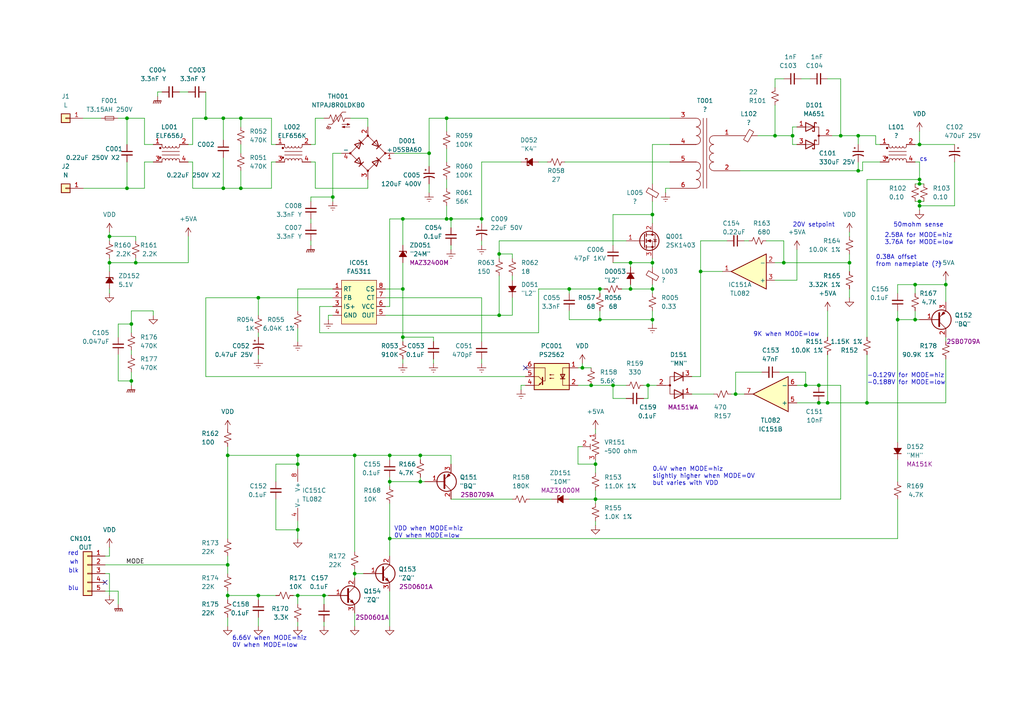
<source format=kicad_sch>
(kicad_sch (version 20211123) (generator eeschema)
  (paper "A4")
  (title_block (title "IBM Power Adapter FRU 48G8942"))
  (junction (at 189.23 92.71))
  (junction (at 129.54 63.5))
  (junction (at 243.84 39.37))
  (junction (at 240.03 116.84))
  (junction (at 102.87 166.37))
  (junction (at 165.1 83.82))
  (junction (at 38.1 93.98))
  (junction (at 38.1 110.49))
  (junction (at 31.75 76.2))
  (junction (at 246.38 76.2))
  (junction (at 69.85 54.61))
  (junction (at 121.92 132.08))
  (junction (at 144.78 91.44))
  (junction (at 189.23 76.2))
  (junction (at 86.36 172.72))
  (junction (at 113.03 156.21))
  (junction (at 66.04 163.83))
  (junction (at 116.84 97.79))
  (junction (at 31.75 68.58))
  (junction (at 74.93 172.72))
  (junction (at 86.36 134.62))
  (junction (at 69.85 34.29))
  (junction (at 265.43 92.71))
  (junction (at 64.77 34.29))
  (junction (at 66.04 172.72))
  (junction (at 36.83 34.29))
  (junction (at 64.77 54.61))
  (junction (at 129.54 34.29))
  (junction (at 189.23 62.23))
  (junction (at 224.79 39.37))
  (junction (at 96.52 57.15))
  (junction (at 248.92 49.53))
  (junction (at 172.72 134.62))
  (junction (at 168.91 106.68))
  (junction (at 203.2 78.74))
  (junction (at 274.32 82.55))
  (junction (at 177.8 111.76))
  (junction (at 227.33 76.2))
  (junction (at 113.03 132.08))
  (junction (at 266.7 58.42))
  (junction (at 59.69 34.29))
  (junction (at 229.87 39.37))
  (junction (at 66.04 132.08))
  (junction (at 124.46 44.45))
  (junction (at 233.68 111.76))
  (junction (at 251.46 116.84))
  (junction (at 187.96 111.76))
  (junction (at 237.49 116.84))
  (junction (at 86.36 132.08))
  (junction (at 116.84 63.5))
  (junction (at 266.7 41.91))
  (junction (at 113.03 139.7))
  (junction (at 266.7 53.34))
  (junction (at 173.99 83.82))
  (junction (at 248.92 39.37))
  (junction (at 144.78 73.66))
  (junction (at 116.84 83.82))
  (junction (at 265.43 82.55))
  (junction (at 182.88 83.82))
  (junction (at 171.45 111.76))
  (junction (at 39.37 76.2))
  (junction (at 86.36 153.67))
  (junction (at 182.88 76.2))
  (junction (at 36.83 54.61))
  (junction (at 213.36 114.3))
  (junction (at 237.49 111.76))
  (junction (at 172.72 144.78))
  (junction (at 139.7 63.5))
  (junction (at 74.93 86.36))
  (junction (at 102.87 132.08))
  (junction (at 130.81 63.5))
  (junction (at 173.99 92.71))
  (junction (at 189.23 83.82))
  (junction (at 121.92 139.7))
  (junction (at 266.7 59.69))
  (junction (at 93.98 172.72))
  (junction (at 266.7 52.07))
  (junction (at 260.35 92.71))
  (no_connect (at 152.4 106.68))
  (no_connect (at 30.48 168.91))
  (wire (pts (xy 74.93 96.52) (xy 74.93 97.79)))
  (wire (pts (xy 229.87 36.83) (xy 229.87 39.37)))
  (wire (pts (xy 139.7 104.14) (xy 139.7 105.41)))
  (wire (pts (xy 80.01 134.62) (xy 86.36 134.62)))
  (wire (pts (xy 165.1 90.17) (xy 165.1 92.71)))
  (wire (pts (xy 99.06 44.45) (xy 96.52 44.45)))
  (wire (pts (xy 36.83 46.99) (xy 36.83 54.61)))
  (wire (pts (xy 66.04 171.45) (xy 66.04 172.72)))
  (wire (pts (xy 213.36 114.3) (xy 215.9 114.3)))
  (wire (pts (xy 59.69 109.22) (xy 152.4 109.22)))
  (wire (pts (xy 52.07 26.67) (xy 54.61 26.67)))
  (wire (pts (xy 144.78 69.85) (xy 181.61 69.85)))
  (wire (pts (xy 189.23 58.42) (xy 189.23 62.23)))
  (wire (pts (xy 55.88 41.91) (xy 54.61 41.91)))
  (wire (pts (xy 80.01 153.67) (xy 86.36 153.67)))
  (wire (pts (xy 243.84 22.86) (xy 243.84 39.37)))
  (wire (pts (xy 116.84 97.79) (xy 125.73 97.79)))
  (wire (pts (xy 129.54 34.29) (xy 129.54 38.1)))
  (wire (pts (xy 246.38 83.82) (xy 246.38 86.36)))
  (wire (pts (xy 96.52 57.15) (xy 96.52 58.42)))
  (wire (pts (xy 86.36 180.34) (xy 86.36 181.61)))
  (wire (pts (xy 266.7 58.42) (xy 267.97 58.42)))
  (wire (pts (xy 243.84 144.78) (xy 243.84 111.76)))
  (wire (pts (xy 237.49 111.76) (xy 233.68 111.76)))
  (wire (pts (xy 260.35 92.71) (xy 265.43 92.71)))
  (wire (pts (xy 74.93 91.44) (xy 74.93 86.36)))
  (wire (pts (xy 55.88 54.61) (xy 64.77 54.61)))
  (wire (pts (xy 240.03 22.86) (xy 243.84 22.86)))
  (wire (pts (xy 113.03 132.08) (xy 113.03 133.35)))
  (wire (pts (xy 116.84 63.5) (xy 129.54 63.5)))
  (wire (pts (xy 224.79 30.48) (xy 224.79 39.37)))
  (wire (pts (xy 130.81 63.5) (xy 139.7 63.5)))
  (wire (pts (xy 265.43 82.55) (xy 274.32 82.55)))
  (wire (pts (xy 168.91 105.41) (xy 168.91 106.68)))
  (wire (pts (xy 265.43 92.71) (xy 265.43 90.17)))
  (wire (pts (xy 74.93 179.07) (xy 74.93 181.61)))
  (wire (pts (xy 139.7 71.12) (xy 139.7 69.85)))
  (wire (pts (xy 187.96 111.76) (xy 190.5 111.76)))
  (wire (pts (xy 189.23 82.55) (xy 189.23 83.82)))
  (wire (pts (xy 189.23 74.93) (xy 189.23 76.2)))
  (wire (pts (xy 167.64 106.68) (xy 168.91 106.68)))
  (wire (pts (xy 113.03 139.7) (xy 113.03 140.97)))
  (wire (pts (xy 86.36 153.67) (xy 86.36 151.13)))
  (wire (pts (xy 227.33 76.2) (xy 246.38 76.2)))
  (wire (pts (xy 248.92 49.53) (xy 250.19 49.53)))
  (wire (pts (xy 59.69 26.67) (xy 59.69 34.29)))
  (wire (pts (xy 177.8 111.76) (xy 181.61 111.76)))
  (wire (pts (xy 266.7 53.34) (xy 267.97 53.34)))
  (wire (pts (xy 260.35 85.09) (xy 260.35 82.55)))
  (wire (pts (xy 130.81 71.12) (xy 130.81 72.39)))
  (wire (pts (xy 148.59 74.93) (xy 148.59 73.66)))
  (wire (pts (xy 227.33 69.85) (xy 227.33 76.2)))
  (wire (pts (xy 86.36 132.08) (xy 86.36 134.62)))
  (wire (pts (xy 124.46 44.45) (xy 114.3 44.45)))
  (wire (pts (xy 92.71 96.52) (xy 92.71 88.9)))
  (wire (pts (xy 125.73 99.06) (xy 125.73 97.79)))
  (wire (pts (xy 124.46 53.34) (xy 124.46 55.88)))
  (wire (pts (xy 276.86 59.69) (xy 266.7 59.69)))
  (wire (pts (xy 231.14 72.39) (xy 231.14 81.28)))
  (wire (pts (xy 260.35 156.21) (xy 260.35 144.78)))
  (wire (pts (xy 130.81 144.78) (xy 148.59 144.78)))
  (wire (pts (xy 121.92 132.08) (xy 130.81 132.08)))
  (wire (pts (xy 274.32 104.14) (xy 274.32 116.84)))
  (wire (pts (xy 86.36 172.72) (xy 93.98 172.72)))
  (wire (pts (xy 91.44 34.29) (xy 93.98 34.29)))
  (wire (pts (xy 189.23 62.23) (xy 189.23 64.77)))
  (wire (pts (xy 111.76 88.9) (xy 113.03 88.9)))
  (wire (pts (xy 153.67 144.78) (xy 160.02 144.78)))
  (wire (pts (xy 31.75 68.58) (xy 31.75 69.85)))
  (wire (pts (xy 129.54 59.69) (xy 129.54 63.5)))
  (wire (pts (xy 175.26 83.82) (xy 173.99 83.82)))
  (wire (pts (xy 66.04 129.54) (xy 66.04 132.08)))
  (wire (pts (xy 86.36 172.72) (xy 86.36 175.26)))
  (wire (pts (xy 116.84 104.14) (xy 116.84 105.41)))
  (wire (pts (xy 266.7 58.42) (xy 266.7 59.69)))
  (wire (pts (xy 102.87 166.37) (xy 102.87 167.64)))
  (wire (pts (xy 34.29 171.45) (xy 34.29 175.26)))
  (wire (pts (xy 78.74 41.91) (xy 78.74 34.29)))
  (wire (pts (xy 111.76 83.82) (xy 116.84 83.82)))
  (wire (pts (xy 30.48 163.83) (xy 66.04 163.83)))
  (wire (pts (xy 156.21 46.99) (xy 158.75 46.99)))
  (wire (pts (xy 156.21 96.52) (xy 92.71 96.52)))
  (wire (pts (xy 182.88 76.2) (xy 177.8 76.2)))
  (wire (pts (xy 36.83 54.61) (xy 41.91 54.61)))
  (wire (pts (xy 148.59 86.36) (xy 148.59 91.44)))
  (wire (pts (xy 80.01 139.7) (xy 80.01 134.62)))
  (wire (pts (xy 44.45 41.91) (xy 41.91 41.91)))
  (wire (pts (xy 121.92 138.43) (xy 121.92 139.7)))
  (wire (pts (xy 233.68 107.95) (xy 233.68 111.76)))
  (wire (pts (xy 102.87 132.08) (xy 102.87 160.02)))
  (wire (pts (xy 78.74 54.61) (xy 69.85 54.61)))
  (wire (pts (xy 130.81 63.5) (xy 130.81 66.04)))
  (wire (pts (xy 251.46 102.87) (xy 251.46 116.84)))
  (wire (pts (xy 241.3 39.37) (xy 243.84 39.37)))
  (wire (pts (xy 41.91 46.99) (xy 41.91 54.61)))
  (wire (pts (xy 203.2 69.85) (xy 203.2 78.74)))
  (wire (pts (xy 78.74 34.29) (xy 69.85 34.29)))
  (wire (pts (xy 172.72 124.46) (xy 172.72 125.73)))
  (wire (pts (xy 203.2 78.74) (xy 209.55 78.74)))
  (wire (pts (xy 231.14 36.83) (xy 229.87 36.83)))
  (wire (pts (xy 116.84 63.5) (xy 116.84 71.12)))
  (wire (pts (xy 172.72 142.24) (xy 172.72 144.78)))
  (wire (pts (xy 151.13 46.99) (xy 139.7 46.99)))
  (wire (pts (xy 66.04 172.72) (xy 74.93 172.72)))
  (wire (pts (xy 74.93 172.72) (xy 74.93 173.99)))
  (wire (pts (xy 39.37 76.2) (xy 39.37 74.93)))
  (wire (pts (xy 121.92 132.08) (xy 121.92 133.35)))
  (wire (pts (xy 182.88 83.82) (xy 180.34 83.82)))
  (wire (pts (xy 90.17 41.91) (xy 91.44 41.91)))
  (wire (pts (xy 39.37 76.2) (xy 54.61 76.2)))
  (wire (pts (xy 113.03 63.5) (xy 113.03 88.9)))
  (wire (pts (xy 113.03 156.21) (xy 113.03 161.29)))
  (wire (pts (xy 116.84 97.79) (xy 116.84 99.06)))
  (wire (pts (xy 243.84 39.37) (xy 248.92 39.37)))
  (wire (pts (xy 260.35 92.71) (xy 260.35 90.17)))
  (wire (pts (xy 96.52 44.45) (xy 96.52 57.15)))
  (wire (pts (xy 224.79 25.4) (xy 224.79 22.86)))
  (wire (pts (xy 36.83 34.29) (xy 41.91 34.29)))
  (wire (pts (xy 116.84 83.82) (xy 116.84 97.79)))
  (wire (pts (xy 148.59 80.01) (xy 148.59 81.28)))
  (wire (pts (xy 95.25 92.71) (xy 95.25 91.44)))
  (wire (pts (xy 101.6 34.29) (xy 106.68 34.29)))
  (wire (pts (xy 177.8 111.76) (xy 177.8 115.57)))
  (wire (pts (xy 224.79 76.2) (xy 227.33 76.2)))
  (wire (pts (xy 224.79 22.86) (xy 227.33 22.86)))
  (wire (pts (xy 260.35 133.35) (xy 260.35 139.7)))
  (wire (pts (xy 124.46 44.45) (xy 124.46 48.26)))
  (wire (pts (xy 93.98 172.72) (xy 95.25 172.72)))
  (wire (pts (xy 66.04 161.29) (xy 66.04 163.83)))
  (wire (pts (xy 66.04 132.08) (xy 86.36 132.08)))
  (wire (pts (xy 214.63 49.53) (xy 248.92 49.53)))
  (wire (pts (xy 111.76 86.36) (xy 139.7 86.36)))
  (wire (pts (xy 129.54 63.5) (xy 130.81 63.5)))
  (wire (pts (xy 265.43 41.91) (xy 266.7 41.91)))
  (wire (pts (xy 113.03 63.5) (xy 116.84 63.5)))
  (wire (pts (xy 113.03 132.08) (xy 121.92 132.08)))
  (wire (pts (xy 187.96 111.76) (xy 186.69 111.76)))
  (wire (pts (xy 44.45 46.99) (xy 41.91 46.99)))
  (wire (pts (xy 91.44 54.61) (xy 106.68 54.61)))
  (wire (pts (xy 265.43 85.09) (xy 265.43 82.55)))
  (wire (pts (xy 240.03 102.87) (xy 240.03 116.84)))
  (wire (pts (xy 113.03 138.43) (xy 113.03 139.7)))
  (wire (pts (xy 66.04 172.72) (xy 66.04 173.99)))
  (wire (pts (xy 167.64 134.62) (xy 167.64 129.54)))
  (wire (pts (xy 215.9 69.85) (xy 217.17 69.85)))
  (wire (pts (xy 64.77 34.29) (xy 59.69 34.29)))
  (wire (pts (xy 69.85 41.91) (xy 69.85 44.45)))
  (wire (pts (xy 80.01 144.78) (xy 80.01 153.67)))
  (wire (pts (xy 34.29 102.87) (xy 34.29 110.49)))
  (wire (pts (xy 129.54 34.29) (xy 194.31 34.29)))
  (wire (pts (xy 165.1 83.82) (xy 165.1 85.09)))
  (wire (pts (xy 55.88 34.29) (xy 55.88 41.91)))
  (wire (pts (xy 165.1 144.78) (xy 172.72 144.78)))
  (wire (pts (xy 274.32 97.79) (xy 274.32 99.06)))
  (wire (pts (xy 219.71 39.37) (xy 224.79 39.37)))
  (wire (pts (xy 224.79 39.37) (xy 229.87 39.37)))
  (wire (pts (xy 86.36 95.25) (xy 86.36 99.06)))
  (wire (pts (xy 74.93 172.72) (xy 80.01 172.72)))
  (wire (pts (xy 31.75 68.58) (xy 39.37 68.58)))
  (wire (pts (xy 222.25 69.85) (xy 227.33 69.85)))
  (wire (pts (xy 200.66 109.22) (xy 203.2 109.22)))
  (wire (pts (xy 266.7 41.91) (xy 276.86 41.91)))
  (wire (pts (xy 173.99 92.71) (xy 165.1 92.71)))
  (wire (pts (xy 34.29 97.79) (xy 34.29 93.98)))
  (wire (pts (xy 86.36 134.62) (xy 86.36 135.89)))
  (wire (pts (xy 187.96 115.57) (xy 187.96 111.76)))
  (wire (pts (xy 113.03 156.21) (xy 260.35 156.21)))
  (wire (pts (xy 55.88 46.99) (xy 55.88 54.61)))
  (wire (pts (xy 172.72 144.78) (xy 243.84 144.78)))
  (wire (pts (xy 177.8 115.57) (xy 181.61 115.57)))
  (wire (pts (xy 31.75 74.93) (xy 31.75 76.2)))
  (wire (pts (xy 54.61 76.2) (xy 54.61 68.58)))
  (wire (pts (xy 266.7 38.1) (xy 266.7 41.91)))
  (wire (pts (xy 113.03 139.7) (xy 121.92 139.7)))
  (wire (pts (xy 80.01 41.91) (xy 78.74 41.91)))
  (wire (pts (xy 66.04 163.83) (xy 66.04 166.37)))
  (wire (pts (xy 189.23 92.71) (xy 173.99 92.71)))
  (wire (pts (xy 85.09 172.72) (xy 86.36 172.72)))
  (wire (pts (xy 212.09 114.3) (xy 213.36 114.3)))
  (wire (pts (xy 30.48 171.45) (xy 34.29 171.45)))
  (wire (pts (xy 172.72 144.78) (xy 172.72 146.05)))
  (wire (pts (xy 248.92 39.37) (xy 248.92 41.91)))
  (wire (pts (xy 124.46 44.45) (xy 124.46 34.29)))
  (wire (pts (xy 240.03 116.84) (xy 237.49 116.84)))
  (wire (pts (xy 254 39.37) (xy 248.92 39.37)))
  (wire (pts (xy 189.23 90.17) (xy 189.23 92.71)))
  (wire (pts (xy 125.73 104.14) (xy 125.73 105.41)))
  (wire (pts (xy 102.87 165.1) (xy 102.87 166.37)))
  (wire (pts (xy 90.17 57.15) (xy 90.17 58.42)))
  (wire (pts (xy 229.87 41.91) (xy 231.14 41.91)))
  (wire (pts (xy 91.44 46.99) (xy 91.44 54.61)))
  (wire (pts (xy 91.44 41.91) (xy 91.44 34.29)))
  (wire (pts (xy 111.76 91.44) (xy 144.78 91.44)))
  (wire (pts (xy 152.4 111.76) (xy 151.13 111.76)))
  (wire (pts (xy 151.13 111.76) (xy 151.13 113.03)))
  (wire (pts (xy 38.1 110.49) (xy 34.29 110.49)))
  (wire (pts (xy 229.87 39.37) (xy 229.87 41.91)))
  (wire (pts (xy 189.23 41.91) (xy 194.31 41.91)))
  (wire (pts (xy 172.72 134.62) (xy 167.64 134.62)))
  (wire (pts (xy 189.23 83.82) (xy 189.23 85.09)))
  (wire (pts (xy 31.75 158.75) (xy 31.75 161.29)))
  (wire (pts (xy 265.43 92.71) (xy 266.7 92.71)))
  (wire (pts (xy 171.45 111.76) (xy 177.8 111.76)))
  (wire (pts (xy 250.19 49.53) (xy 250.19 46.99)))
  (wire (pts (xy 193.04 54.61) (xy 193.04 55.88)))
  (wire (pts (xy 66.04 132.08) (xy 66.04 156.21)))
  (wire (pts (xy 106.68 52.07) (xy 106.68 54.61)))
  (wire (pts (xy 38.1 110.49) (xy 38.1 111.76)))
  (wire (pts (xy 248.92 46.99) (xy 248.92 49.53)))
  (wire (pts (xy 182.88 76.2) (xy 182.88 77.47)))
  (wire (pts (xy 246.38 73.66) (xy 246.38 76.2)))
  (wire (pts (xy 86.36 153.67) (xy 86.36 156.21)))
  (wire (pts (xy 189.23 76.2) (xy 189.23 77.47)))
  (wire (pts (xy 90.17 63.5) (xy 90.17 64.77)))
  (wire (pts (xy 106.68 34.29) (xy 106.68 36.83)))
  (wire (pts (xy 92.71 88.9) (xy 96.52 88.9)))
  (wire (pts (xy 78.74 46.99) (xy 78.74 54.61)))
  (wire (pts (xy 156.21 83.82) (xy 156.21 96.52)))
  (wire (pts (xy 95.25 91.44) (xy 96.52 91.44)))
  (wire (pts (xy 250.19 46.99) (xy 255.27 46.99)))
  (wire (pts (xy 189.23 92.71) (xy 189.23 93.98)))
  (wire (pts (xy 31.75 83.82) (xy 31.75 85.09)))
  (wire (pts (xy 186.69 115.57) (xy 187.96 115.57)))
  (wire (pts (xy 213.36 107.95) (xy 220.98 107.95)))
  (wire (pts (xy 177.8 62.23) (xy 189.23 62.23)))
  (wire (pts (xy 64.77 54.61) (xy 69.85 54.61)))
  (wire (pts (xy 34.29 34.29) (xy 36.83 34.29)))
  (wire (pts (xy 144.78 73.66) (xy 148.59 73.66)))
  (wire (pts (xy 213.36 107.95) (xy 213.36 114.3)))
  (wire (pts (xy 102.87 132.08) (xy 113.03 132.08)))
  (wire (pts (xy 66.04 179.07) (xy 66.04 181.61)))
  (wire (pts (xy 233.68 111.76) (xy 231.14 111.76)))
  (wire (pts (xy 39.37 68.58) (xy 39.37 69.85)))
  (wire (pts (xy 266.7 59.69) (xy 266.7 60.96)))
  (wire (pts (xy 30.48 161.29) (xy 31.75 161.29)))
  (wire (pts (xy 90.17 46.99) (xy 91.44 46.99)))
  (wire (pts (xy 139.7 63.5) (xy 139.7 64.77)))
  (wire (pts (xy 113.03 146.05) (xy 113.03 156.21)))
  (wire (pts (xy 113.03 171.45) (xy 113.03 181.61)))
  (wire (pts (xy 276.86 46.99) (xy 276.86 59.69)))
  (wire (pts (xy 232.41 22.86) (xy 234.95 22.86)))
  (wire (pts (xy 38.1 107.95) (xy 38.1 110.49)))
  (wire (pts (xy 86.36 90.17) (xy 86.36 83.82)))
  (wire (pts (xy 102.87 166.37) (xy 105.41 166.37)))
  (wire (pts (xy 260.35 92.71) (xy 260.35 128.27)))
  (wire (pts (xy 144.78 74.93) (xy 144.78 73.66)))
  (wire (pts (xy 210.82 69.85) (xy 203.2 69.85)))
  (wire (pts (xy 255.27 41.91) (xy 254 41.91)))
  (wire (pts (xy 86.36 83.82) (xy 96.52 83.82)))
  (wire (pts (xy 148.59 91.44) (xy 144.78 91.44)))
  (wire (pts (xy 165.1 83.82) (xy 156.21 83.82)))
  (wire (pts (xy 177.8 62.23) (xy 177.8 71.12)))
  (wire (pts (xy 59.69 34.29) (xy 55.88 34.29)))
  (wire (pts (xy 38.1 101.6) (xy 38.1 102.87)))
  (wire (pts (xy 31.75 166.37) (xy 31.75 172.72)))
  (wire (pts (xy 93.98 181.61) (xy 93.98 180.34)))
  (wire (pts (xy 34.29 93.98) (xy 38.1 93.98)))
  (wire (pts (xy 90.17 57.15) (xy 96.52 57.15)))
  (wire (pts (xy 240.03 90.17) (xy 240.03 97.79)))
  (wire (pts (xy 274.32 116.84) (xy 251.46 116.84)))
  (wire (pts (xy 254 41.91) (xy 254 39.37)))
  (wire (pts (xy 266.7 46.99) (xy 266.7 52.07)))
  (wire (pts (xy 24.13 54.61) (xy 36.83 54.61)))
  (wire (pts (xy 246.38 67.31) (xy 246.38 68.58)))
  (wire (pts (xy 69.85 49.53) (xy 69.85 54.61)))
  (wire (pts (xy 224.79 81.28) (xy 231.14 81.28)))
  (wire (pts (xy 240.03 116.84) (xy 251.46 116.84)))
  (wire (pts (xy 64.77 40.64) (xy 64.77 34.29)))
  (wire (pts (xy 173.99 83.82) (xy 165.1 83.82)))
  (wire (pts (xy 24.13 34.29) (xy 29.21 34.29)))
  (wire (pts (xy 86.36 132.08) (xy 102.87 132.08)))
  (wire (pts (xy 200.66 114.3) (xy 207.01 114.3)))
  (wire (pts (xy 265.43 53.34) (xy 266.7 53.34)))
  (wire (pts (xy 36.83 34.29) (xy 36.83 41.91)))
  (wire (pts (xy 172.72 133.35) (xy 172.72 134.62)))
  (wire (pts (xy 265.43 46.99) (xy 266.7 46.99)))
  (wire (pts (xy 139.7 86.36) (xy 139.7 99.06)))
  (wire (pts (xy 274.32 81.28) (xy 274.32 82.55)))
  (wire (pts (xy 266.7 52.07) (xy 251.46 52.07)))
  (wire (pts (xy 246.38 76.2) (xy 246.38 78.74)))
  (wire (pts (xy 124.46 34.29) (xy 129.54 34.29)))
  (wire (pts (xy 173.99 90.17) (xy 173.99 92.71)))
  (wire (pts (xy 90.17 69.85) (xy 90.17 71.12)))
  (wire (pts (xy 102.87 177.8) (xy 102.87 181.61)))
  (wire (pts (xy 74.93 102.87) (xy 74.93 104.14)))
  (wire (pts (xy 45.72 27.94) (xy 45.72 26.67)))
  (wire (pts (xy 173.99 83.82) (xy 173.99 85.09)))
  (wire (pts (xy 129.54 43.18) (xy 129.54 46.99)))
  (wire (pts (xy 144.78 80.01) (xy 144.78 91.44)))
  (wire (pts (xy 59.69 109.22) (xy 59.69 86.36)))
  (wire (pts (xy 80.01 46.99) (xy 78.74 46.99)))
  (wire (pts (xy 64.77 34.29) (xy 69.85 34.29)))
  (wire (pts (xy 168.91 129.54) (xy 167.64 129.54)))
  (wire (pts (xy 274.32 82.55) (xy 274.32 87.63)))
  (wire (pts (xy 59.69 86.36) (xy 74.93 86.36)))
  (wire (pts (xy 93.98 172.72) (xy 93.98 175.26)))
  (wire (pts (xy 31.75 76.2) (xy 31.75 78.74)))
  (wire (pts (xy 121.92 139.7) (xy 123.19 139.7)))
  (wire (pts (xy 69.85 34.29) (xy 69.85 36.83)))
  (wire (pts (xy 172.72 134.62) (xy 172.72 137.16)))
  (wire (pts (xy 130.81 132.08) (xy 130.81 134.62)))
  (wire (pts (xy 139.7 46.99) (xy 139.7 63.5)))
  (wire (pts (xy 74.93 86.36) (xy 96.52 86.36)))
  (wire (pts (xy 45.72 26.67) (xy 46.99 26.67)))
  (wire (pts (xy 54.61 46.99) (xy 55.88 46.99)))
  (wire (pts (xy 116.84 76.2) (xy 116.84 83.82)))
  (wire (pts (xy 182.88 76.2) (xy 189.23 76.2)))
  (wire (pts (xy 163.83 46.99) (xy 194.31 46.99)))
  (wire (pts (xy 237.49 116.84) (xy 231.14 116.84)))
  (wire (pts (xy 38.1 93.98) (xy 38.1 90.17)))
  (wire (pts (xy 168.91 106.68) (xy 171.45 106.68)))
  (wire (pts (xy 64.77 54.61) (xy 64.77 45.72)))
  (wire (pts (xy 243.84 111.76) (xy 237.49 111.76)))
  (wire (pts (xy 167.64 111.76) (xy 171.45 111.76)))
  (wire (pts (xy 144.78 73.66) (xy 144.78 69.85)))
  (wire (pts (xy 203.2 78.74) (xy 203.2 109.22)))
  (wire (pts (xy 194.31 54.61) (xy 193.04 54.61)))
  (wire (pts (xy 44.45 90.17) (xy 44.45 91.44)))
  (wire (pts (xy 226.06 107.95) (xy 233.68 107.95)))
  (wire (pts (xy 129.54 52.07) (xy 129.54 54.61)))
  (wire (pts (xy 266.7 52.07) (xy 266.7 53.34)))
  (wire (pts (xy 172.72 151.13) (xy 172.72 152.4)))
  (wire (pts (xy 182.88 82.55) (xy 182.88 83.82)))
  (wire (pts (xy 265.43 58.42) (xy 266.7 58.42)))
  (wire (pts (xy 251.46 52.07) (xy 251.46 97.79)))
  (wire (pts (xy 38.1 93.98) (xy 38.1 96.52)))
  (wire (pts (xy 260.35 82.55) (xy 265.43 82.55)))
  (wire (pts (xy 38.1 90.17) (xy 44.45 90.17)))
  (wire (pts (xy 41.91 41.91) (xy 41.91 34.29)))
  (wire (pts (xy 189.23 83.82) (xy 182.88 83.82)))
  (wire (pts (xy 31.75 76.2) (xy 39.37 76.2)))
  (wire (pts (xy 189.23 41.91) (xy 189.23 53.34)))
  (wire (pts (xy 30.48 166.37) (xy 31.75 166.37)))
  (wire (pts (xy 31.75 67.31) (xy 31.75 68.58)))
  (text "wh" (at 22.86 163.83 180) (effects (font (size 1.27 1.27)) (justify right bottom)))
  (text "9K when MODE=low" (at 218.44 97.79 0) (effects (font (size 1.27 1.27)) (justify left bottom)))
  (text "VDD when MODE=hiz\n0V when MODE=low" (at 114.3 156.21 0) (effects (font (size 1.27 1.27)) (justify left bottom)))
  (text "0.38A offset\nfrom nameplate (?)" (at 254 77.47 0) (effects (font (size 1.27 1.27)) (justify left bottom)))
  (text "blu" (at 22.86 171.45 180) (effects (font (size 1.27 1.27)) (justify right bottom)))
  (text "cs" (at 266.7 46.99 0) (effects (font (size 1.27 1.27)) (justify left bottom)))
  (text "20V setpoint" (at 229.87 66.04 0) (effects (font (size 1.27 1.27)) (justify left bottom)))
  (text "-0.129V for MODE=hiz\n-0.188V for MODE=low" (at 251.46 111.76 0) (effects (font (size 1.27 1.27)) (justify left bottom)))
  (text "0.4V when MODE=hiz\nslightly higher when MODE=0V\nbut varies with VDD" (at 189.23 140.97 0) (effects (font (size 1.27 1.27)) (justify left bottom)))
  (text "blk" (at 22.86 166.37 180) (effects (font (size 1.27 1.27)) (justify right bottom)))
  (text "2.58A for MODE=hiz\n3.76A for MODE=low" (at 256.54 71.12 0) (effects (font (size 1.27 1.27)) (justify left bottom)))
  (text "50mohm sense" (at 259.08 66.04 0) (effects (font (size 1.27 1.27)) (justify left bottom)))
  (text "red" (at 22.86 161.29 180) (effects (font (size 1.27 1.27)) (justify right bottom)))
  (text "6.66V when MODE=hiz\n0V when MODE=low" (at 67.31 187.96 0) (effects (font (size 1.27 1.27)) (justify left bottom)))
  (label "MODE" (at 41.91 163.83 180))
  (symbol (lib_id "Device:C_Small") (at 34.29 100.33 180) (unit 1)
    (property "Reference" "C105" (at 31.75 96.52 0) (effects (justify left)))
    (property "Value" "0.047uF" (at 31.75 99.06 0) (effects (justify left)))
  )
  (symbol (lib_id "power:VDD") (at 246.38 67.31 0) (unit 1)
    (property "Reference" "#PWR?" (effects hide))
    (property "Value" "VDD" (at 246.38 62.23 0))
  )
  (symbol (lib_id "power:Earth") (at 193.04 55.88 0) (unit 1)
    (property "Reference" "#PWR?" (effects hide))
    (property "Value" "Earth" (effects hide))
  )
  (symbol (lib_id "Device:C_Small") (at 74.93 176.53 0) (mirror y) (unit 1)
    (property "Reference" "C158" (at 72.39 175.26 0) (effects (justify left)))
    (property "Value" "0.1uF" (at 72.39 177.8 0) (effects (justify left)))
  )
  (symbol (lib_id "Device:C_Small") (at 90.17 60.96 180) (unit 1)
    (property "Reference" "C008" (at 87.63 59.69 0) (effects (justify left)))
    (property "Value" "3.3nF Y" (at 87.63 62.23 0) (effects (justify left)))
  )
  (symbol (lib_id "Device:R_Small_US") (at 246.38 81.28 180) (unit 1)
    (property "Reference" "R165" (at 243.84 80.01 0) (effects (justify left)))
    (property "Value" "3.32K 1%" (at 243.84 82.55 0) (effects (justify left)))
  )
  (symbol (lib_id "Device:R_Small_US") (at 31.75 72.39 180) (unit 1)
    (property "Reference" "R160" (at 38.1 71.12 0) (effects (justify left)))
    (property "Value" "2.2K" (at 38.1 73.66 0) (effects (justify left)))
  )
  (symbol (lib_id "power:VDD") (at 266.7 38.1 0) (unit 1)
    (property "Reference" "#PWR?" (effects hide))
    (property "Value" "VDD" (at 266.7 33.02 0))
  )
  (symbol (lib_id "Device:C_Small") (at 177.8 73.66 0) (unit 1)
    (property "Reference" "C006" (at 170.18 72.39 0) (effects (justify left)))
    (property "Value" "47pF 1KV" (at 166.37 74.93 0) (effects (justify left)))
  )
  (symbol (lib_id "Isolator:TIL111") (at 160.02 109.22 0) (mirror y) (unit 1)
    (property "Reference" "PC001" (at 160.02 100.33 0))
    (property "Value" "PS2562" (at 160.02 102.87 0))
    (property "Footprint" "Package_DIP:DIP-6_W7.62mm" (effects hide))
    (property "Datasheet" "https://www.egr.msu.edu/eceshop/Parts_Inventory/datasheets/til111.pdf" (effects hide))
  )
  (symbol (lib_id "power:GND") (at 172.72 152.4 0) (mirror y) (unit 1)
    (property "Reference" "#PWR?" (effects hide))
    (property "Value" "GND" (effects hide))
  )
  (symbol (lib_id "power:VDD") (at 66.04 124.46 0) (unit 1)
    (property "Reference" "#PWR?" (effects hide))
    (property "Value" "VDD" (at 66.04 119.38 0))
  )
  (symbol (lib_id "Device:R_Small_US") (at 129.54 40.64 0) (unit 1)
    (property "Reference" "R059" (at 132.08 39.3699 0) (effects (justify left)))
    (property "Value" "100K" (at 132.08 41.9099 0) (effects (justify left)))
  )
  (symbol (lib_id "Device:C_Small") (at 237.49 114.3 180) (unit 1)
    (property "Reference" "C151" (at 238.76 119.38 0) (effects (justify left)))
    (property "Value" "10nF" (at 238.76 121.92 0) (effects (justify left)))
  )
  (symbol (lib_id "Device:Q_PNP_BCE") (at 271.78 92.71 0) (mirror x) (unit 1)
    (property "Reference" "Q152" (at 276.86 91.4399 0) (effects (justify left)))
    (property "Value" "\"BQ\"" (at 276.86 93.98 0) (effects (justify left)))
    (property "MPN" "2SB0709A" (at 279.4 99.06 0))
  )
  (symbol (lib_id "Device:R_Small_US") (at 38.1 99.06 0) (unit 1)
    (property "Reference" "R176" (at 40.64 97.7899 0) (effects (justify left)))
    (property "Value" "470K" (at 40.64 100.3299 0) (effects (justify left)))
  )
  (symbol (lib_id "power:GND") (at 86.36 181.61 0) (unit 1)
    (property "Reference" "#PWR?" (effects hide))
    (property "Value" "GND" (effects hide))
  )
  (symbol (lib_id "Device:C_Small") (at 130.81 68.58 180) (unit 1)
    (property "Reference" "C054" (at 128.27 66.04 0) (effects (justify left)))
    (property "Value" "0.1uF" (at 128.27 68.58 0) (effects (justify left)))
  )
  (symbol (lib_id "Device:R_Small_US") (at 148.59 77.47 0) (unit 1)
    (property "Reference" "R062" (at 151.13 76.2 0) (effects (justify left)))
    (property "Value" "18" (at 151.13 78.74 0) (effects (justify left)))
  )
  (symbol (lib_id "power:Earth") (at 130.81 72.39 0) (unit 1)
    (property "Reference" "#PWR?" (effects hide))
    (property "Value" "Earth" (effects hide))
  )
  (symbol (lib_id "power:Earth") (at 116.84 105.41 0) (unit 1)
    (property "Reference" "#PWR?" (effects hide))
    (property "Value" "Earth" (effects hide))
  )
  (symbol (lib_id "Device:C_Polarized_Small_US") (at 124.46 50.8 0) (unit 1)
    (property "Reference" "C005" (at 116.84 50.8 0) (effects (justify left)))
    (property "Value" "120uF 400V" (at 110.49 53.34 0) (effects (justify left)))
  )
  (symbol (lib_id "Device:C_Polarized_Small_US") (at 139.7 67.31 0) (unit 1)
    (property "Reference" "C009" (at 142.24 63.5 0) (effects (justify left)))
    (property "Value" "22uF 50V" (at 142.24 66.04 0) (effects (justify left)))
  )
  (symbol (lib_id "Device:C_Small") (at 260.35 87.63 180) (unit 1)
    (property "Reference" "C156" (at 257.81 83.82 0) (effects (justify left)))
    (property "Value" "0.1uF" (at 257.81 86.36 0) (effects (justify left)))
  )
  (symbol (lib_id "Device:C_Small") (at 49.53 26.67 90) (unit 1)
    (property "Reference" "C004" (at 48.26 20.32 90) (effects (justify left)))
    (property "Value" "3.3nF Y" (at 48.26 22.86 90) (effects (justify left)))
  )
  (symbol (lib_id "power:Earth") (at 139.7 71.12 0) (unit 1)
    (property "Reference" "#PWR?" (effects hide))
    (property "Value" "Earth" (effects hide))
  )
  (symbol (lib_id "Device:C_Small") (at 139.7 101.6 180) (unit 1)
    (property "Reference" "C051" (at 137.16 100.33 0) (effects (justify left)))
    (property "Value" "470pF" (at 137.16 102.87 0) (effects (justify left)))
  )
  (symbol (lib_id "power:GNDPWR") (at 34.29 175.26 0) (mirror y) (unit 1)
    (property "Reference" "#PWR?" (effects hide))
    (property "Value" "GNDPWR" (effects hide))
  )
  (symbol (lib_id "Device:D_Small_Filled") (at 260.35 130.81 90) (unit 1)
    (property "Reference" "D152" (at 262.89 129.5399 90) (effects (justify right)))
    (property "Value" "\"MH\"" (at 262.89 132.0799 90) (effects (justify right)))
    (property "MPN" "MA151K" (at 266.7 134.62 90))
  )
  (symbol (lib_id "Device:Q_NMOS_GDS") (at 186.69 69.85 0) (unit 1)
    (property "Reference" "Q001" (at 193.04 68.5799 0) (effects (justify left)))
    (property "Value" "2SK1403" (at 193.04 71.1199 0) (effects (justify left)))
  )
  (symbol (lib_id "Device:R_Small_US") (at 274.32 101.6 0) (unit 1)
    (property "Reference" "R178" (at 266.7 100.33 0) (effects (justify left)))
    (property "Value" "90.9K 1%" (at 261.62 102.87 0) (effects (justify left)))
  )
  (symbol (lib_id "Device:D_Zener_Small_Filled") (at 116.84 73.66 270) (unit 1)
    (property "Reference" "ZD051" (at 121.92 71.12 90))
    (property "Value" "\"24M\"" (at 121.92 73.66 90))
    (property "MPN" "MAZ32400M" (at 124.46 76.2 90))
  )
  (symbol (lib_id "power:GND") (at 266.7 60.96 0) (unit 1)
    (property "Reference" "#PWR?" (effects hide))
    (property "Value" "GND" (effects hide))
  )
  (symbol (lib_id "Device:R_Small_US") (at 38.1 105.41 0) (unit 1)
    (property "Reference" "R177" (at 40.64 104.1399 0) (effects (justify left)))
    (property "Value" "470K" (at 40.64 106.6799 0) (effects (justify left)))
  )
  (symbol (lib_id "Device:D_Small_Filled") (at 148.59 83.82 90) (unit 1)
    (property "Reference" "D051" (at 151.13 82.5499 90) (effects (justify right)))
    (property "Value" "\"L2\"" (at 151.13 85.0899 90) (effects (justify right)))
  )
  (symbol (lib_id "Device:D_Schottky_Dual_CommonCathode_AKA_Parallel") (at 236.22 39.37 0) (unit 1)
    (property "Reference" "D101" (at 236.1565 30.48 0))
    (property "Value" "MA651" (at 236.1565 33.02 0))
  )
  (symbol (lib_id "Device:R_Small_US") (at 189.23 87.63 0) (unit 1)
    (property "Reference" "R005" (at 191.77 86.36 0) (effects (justify left)))
    (property "Value" "0.33" (at 191.77 88.9 0) (effects (justify left)))
  )
  (symbol (lib_id "Device:R_Small_US") (at 172.72 148.59 0) (mirror x) (unit 1)
    (property "Reference" "R155" (at 175.26 147.32 0) (effects (justify left)))
    (property "Value" "1.0K 1%" (at 175.26 149.86 0) (effects (justify left)))
  )
  (symbol (lib_id "power:GNDPWR") (at 90.17 71.12 0) (unit 1)
    (property "Reference" "#PWR?" (effects hide))
    (property "Value" "GNDPWR" (effects hide))
  )
  (symbol (lib_id "power:Earth") (at 189.23 93.98 0) (unit 1)
    (property "Reference" "#PWR?" (effects hide))
    (property "Value" "Earth" (effects hide))
  )
  (symbol (lib_id "Amplifier_Operational:TL082") (at 217.17 78.74 180) (unit 1)
    (property "Reference" "IC151" (at 214.63 82.55 0))
    (property "Value" "TL082" (at 214.63 85.09 0))
    (property "Datasheet" "http://www.ti.com/lit/ds/symlink/tl081.pdf" (effects hide))
  )
  (symbol (lib_id "power:GND") (at 113.03 181.61 0) (unit 1)
    (property "Reference" "#PWR?" (effects hide))
    (property "Value" "GND" (effects hide))
  )
  (symbol (lib_id "Device:R_Small_US") (at 116.84 101.6 0) (unit 1)
    (property "Reference" "R053" (at 110.49 100.33 0) (effects (justify left)))
    (property "Value" "910K" (at 110.49 102.87 0) (effects (justify left)))
  )
  (symbol (lib_id "Filter:Choke_Schaffner_RN102-0.3-02-12M") (at 260.35 44.45 0) (unit 1)
    (property "Reference" "L101" (at 259.969 36.83 0))
    (property "Value" "?" (at 259.969 39.37 0))
    (property "Footprint" "Inductor_THT:Choke_Schaffner_RN102-04-14.0x14.0mm" (effects hide))
    (property "Datasheet" "https://www.schaffner.com/products/download/product/datasheet/rn-series-common-mode-chokes-new/" (effects hide))
  )
  (symbol (lib_id "power:GNDPWR") (at 38.1 111.76 0) (unit 1)
    (property "Reference" "#PWR?" (effects hide))
    (property "Value" "GNDPWR" (effects hide))
  )
  (symbol (lib_id "power:VDD") (at 31.75 67.31 0) (unit 1)
    (property "Reference" "#PWR?" (effects hide))
    (property "Value" "VDD" (at 31.75 62.23 0))
  )
  (symbol (lib_id "Device:FerriteBead_Small") (at 189.23 80.01 0) (unit 1)
    (property "Reference" "L003" (at 191.77 78.7018 0) (effects (justify left)))
    (property "Value" "?" (at 191.77 81.2418 0) (effects (justify left)))
  )
  (symbol (lib_id "Device:R_Small_US") (at 172.72 139.7 0) (mirror x) (unit 1)
    (property "Reference" "R153" (at 175.26 138.43 0) (effects (justify left)))
    (property "Value" "11.0K 1%" (at 175.26 140.97 0) (effects (justify left)))
  )
  (symbol (lib_id "Device:C_Polarized_Small_US") (at 276.86 44.45 0) (mirror y) (unit 1)
    (property "Reference" "C102" (at 279.4 36.83 0) (effects (justify left)))
    (property "Value" "470uF 25V" (at 284.48 39.37 0) (effects (justify left)))
  )
  (symbol (lib_id "power:GND") (at 102.87 181.61 0) (unit 1)
    (property "Reference" "#PWR?" (effects hide))
    (property "Value" "GND" (effects hide))
  )
  (symbol (lib_id "Device:R_Small_US") (at 251.46 100.33 180) (unit 1)
    (property "Reference" "R152" (at 248.92 101.6 0) (effects (justify left)))
    (property "Value" "1.15K 1%" (at 250.19 99.06 0) (effects (justify left)))
  )
  (symbol (lib_id "Device:R_Small_US") (at 151.13 144.78 90) (unit 1)
    (property "Reference" "R158" (at 153.67 138.43 90) (effects (justify left)))
    (property "Value" "180K" (at 153.67 140.97 90) (effects (justify left)))
  )
  (symbol (lib_id "power:GND") (at 44.45 91.44 0) (unit 1)
    (property "Reference" "#PWR?" (effects hide))
    (property "Value" "GND" (effects hide))
  )
  (symbol (lib_id "Device:R_Small_US") (at 224.79 27.94 0) (mirror x) (unit 1)
    (property "Reference" "R101" (at 217.17 29.21 0) (effects (justify left)))
    (property "Value" "22" (at 217.17 26.67 0) (effects (justify left)))
  )
  (symbol (lib_id "Device:C_Small") (at 184.15 115.57 90) (unit 1)
    (property "Reference" "C159" (at 190.5 118.11 90) (effects (justify left)))
    (property "Value" "0.1uF" (at 190.5 120.65 90) (effects (justify left)))
  )
  (symbol (lib_id "Device:C_Small") (at 125.73 101.6 180) (unit 1)
    (property "Reference" "C053" (at 123.19 100.33 0) (effects (justify left)))
    (property "Value" "0.1uF" (at 123.19 102.87 0) (effects (justify left)))
  )
  (symbol (lib_id "Device:C_Small") (at 213.36 69.85 270) (mirror x) (unit 1)
    (property "Reference" "C154" (at 209.55 64.77 90) (effects (justify left)))
    (property "Value" "0.22uF" (at 209.55 67.31 90) (effects (justify left)))
  )
  (symbol (lib_id "Device:R_Small_US") (at 129.54 57.15 0) (unit 1)
    (property "Reference" "R061" (at 132.08 55.8799 0) (effects (justify left)))
    (property "Value" "56K" (at 132.08 58.4199 0) (effects (justify left)))
  )
  (symbol (lib_id "Device:R_Small_US") (at 102.87 162.56 0) (unit 1)
    (property "Reference" "R172" (at 95.25 161.29 0) (effects (justify left)))
    (property "Value" "22K" (at 95.25 163.83 0) (effects (justify left)))
  )
  (symbol (lib_id "power:GND") (at 86.36 156.21 0) (unit 1)
    (property "Reference" "#PWR?" (effects hide))
    (property "Value" "GND" (effects hide))
  )
  (symbol (lib_id "Device:R_Small_US") (at 265.43 87.63 180) (unit 1)
    (property "Reference" "R167" (at 271.78 85.09 0) (effects (justify left)))
    (property "Value" "4.7K" (at 271.78 87.63 0) (effects (justify left)))
  )
  (symbol (lib_id "power:Earth") (at 151.13 113.03 0) (unit 1)
    (property "Reference" "#PWR?" (effects hide))
    (property "Value" "Earth" (effects hide))
  )
  (symbol (lib_id "Device:R_Small_US") (at 39.37 72.39 180) (unit 1)
    (property "Reference" "R161" (at 45.72 71.12 0) (effects (justify left)))
    (property "Value" "2.2K" (at 45.72 73.66 0) (effects (justify left)))
  )
  (symbol (lib_id "Device:R_Small_US") (at 260.35 142.24 180) (unit 1)
    (property "Reference" "R169" (at 267.97 140.97 0) (effects (justify left)))
    (property "Value" "4.7K" (at 267.97 143.51 0) (effects (justify left)))
  )
  (symbol (lib_id "Device:R_Small_US") (at 66.04 127 0) (unit 1)
    (property "Reference" "R162" (at 58.42 125.73 0) (effects (justify left)))
    (property "Value" "100" (at 58.42 128.27 0) (effects (justify left)))
  )
  (symbol (lib_id "power:Earth") (at 124.46 55.88 0) (unit 1)
    (property "Reference" "#PWR?" (effects hide))
    (property "Value" "Earth" (effects hide))
  )
  (symbol (lib_id "Device:R_Small_US") (at 265.43 55.88 0) (unit 1)
    (property "Reference" "R102" (at 257.81 54.61 0) (effects (justify left)))
    (property "Value" "0.10" (at 257.81 57.15 0) (effects (justify left)))
  )
  (symbol (lib_id "Device:R_Small_US") (at 144.78 77.47 0) (unit 1)
    (property "Reference" "R063" (at 138.43 76.2 0) (effects (justify left)))
    (property "Value" "150" (at 138.43 78.74 0) (effects (justify left)))
  )
  (symbol (lib_id "Device:D_Schottky_Small_Filled") (at 153.67 46.99 0) (unit 1)
    (property "Reference" "D052" (at 153.416 40.64 0))
    (property "Value" "\"K4\"" (at 153.416 43.18 0))
  )
  (symbol (lib_id "Device:R_Small_US") (at 74.93 93.98 0) (unit 1)
    (property "Reference" "R054" (at 68.58 92.71 0) (effects (justify left)))
    (property "Value" "1K" (at 71.12 95.25 0) (effects (justify left)))
  )
  (symbol (lib_id "Device:R_Small_US") (at 66.04 176.53 0) (unit 1)
    (property "Reference" "R175" (at 58.42 175.26 0) (effects (justify left)))
    (property "Value" "22K" (at 58.42 177.8 0) (effects (justify left)))
  )
  (symbol (lib_id "power:Earth") (at 74.93 104.14 0) (unit 1)
    (property "Reference" "#PWR?" (effects hide))
    (property "Value" "Earth" (effects hide))
  )
  (symbol (lib_id "Device:Transformer_1P_2S") (at 204.47 44.45 0) (mirror y) (unit 1)
    (property "Reference" "T001" (at 204.47 29.21 0))
    (property "Value" "?" (at 204.47 31.75 0))
  )
  (symbol (lib_id "Device:D_Small_Filled") (at 182.88 80.01 270) (unit 1)
    (property "Reference" "D0053" (at 175.26 78.74 90) (effects (justify left)))
    (property "Value" "\"L2\"" (at 175.26 81.28 90) (effects (justify left)))
  )
  (symbol (lib_id "power:Earth") (at 96.52 58.42 0) (unit 1)
    (property "Reference" "#PWR?" (effects hide))
    (property "Value" "Earth" (effects hide))
  )
  (symbol (lib_id "power:Earth") (at 95.25 92.71 0) (unit 1)
    (property "Reference" "#PWR?" (effects hide))
    (property "Value" "Earth" (effects hide))
  )
  (symbol (lib_id "power:GND") (at 31.75 172.72 0) (mirror y) (unit 1)
    (property "Reference" "#PWR?" (effects hide))
    (property "Value" "GND" (effects hide))
  )
  (symbol (lib_id "Device:Fuse_Small") (at 31.75 34.29 0) (unit 1)
    (property "Reference" "F001" (at 31.75 29.21 0))
    (property "Value" "T3.15AH 250V" (at 31.75 31.75 0))
  )
  (symbol (lib_id "Device:R_Small_US") (at 66.04 168.91 0) (unit 1)
    (property "Reference" "R174" (at 58.42 167.64 0) (effects (justify left)))
    (property "Value" "22K" (at 58.42 170.18 0) (effects (justify left)))
  )
  (symbol (lib_id "Filter:Choke_Schaffner_RN102-0.3-02-12M") (at 49.53 44.45 0) (unit 1)
    (property "Reference" "L001" (at 49.149 36.83 0))
    (property "Value" "ELF656J" (at 49.149 39.37 0))
    (property "Footprint" "Inductor_THT:Choke_Schaffner_RN102-04-14.0x14.0mm" (effects hide))
    (property "Datasheet" "https://www.schaffner.com/products/download/product/datasheet/rn-series-common-mode-chokes-new/" (effects hide))
  )
  (symbol (lib_id "Amplifier_Operational:TL082") (at 88.9 143.51 0) (unit 3)
    (property "Reference" "IC151" (at 87.63 142.2399 0) (effects (justify left)))
    (property "Value" "TL082" (at 87.63 144.7799 0) (effects (justify left)))
    (property "Datasheet" "http://www.ti.com/lit/ds/symlink/tl081.pdf" (effects hide))
  )
  (symbol (lib_id "Device:R_Small_US") (at 69.85 39.37 0) (unit 1)
    (property "Reference" "R052" (at 72.39 38.0999 0) (effects (justify left)))
    (property "Value" "470K" (at 72.39 40.6399 0) (effects (justify left)))
  )
  (symbol (lib_id "Device:D_Zener_Small_Filled") (at 31.75 81.28 270) (unit 1)
    (property "Reference" "ZD152" (at 34.29 80.0099 90) (effects (justify left)))
    (property "Value" "5.1V" (at 34.29 82.5499 90) (effects (justify left)))
  )
  (symbol (lib_id "Device:C_Polarized_Small_US") (at 74.93 100.33 0) (unit 1)
    (property "Reference" "C052" (at 67.31 100.33 0) (effects (justify left)))
    (property "Value" "0.47uF 25V" (at 62.23 102.87 0) (effects (justify left)))
  )
  (symbol (lib_id "Device:C_Small") (at 36.83 44.45 0) (unit 1)
    (property "Reference" "C001" (at 30.48 43.18 0) (effects (justify left)))
    (property "Value" "0.22uF 250V X2" (at 19.05 45.72 0) (effects (justify left)))
  )
  (symbol (lib_id "Device:Q_PNP_BCE") (at 128.27 139.7 0) (mirror x) (unit 1)
    (property "Reference" "Q151" (at 133.35 138.4299 0) (effects (justify left)))
    (property "Value" "\"BQ\"" (at 133.35 140.9699 0) (effects (justify left)))
    (property "MPN" "2SB0709A" (at 138.43 143.51 0))
  )
  (symbol (lib_id "power:+5VA") (at 231.14 72.39 0) (unit 1)
    (property "Reference" "#PWR?" (effects hide))
    (property "Value" "+5VA" (at 231.14 67.31 0))
  )
  (symbol (lib_id "Device:R_Small_US") (at 246.38 71.12 180) (unit 1)
    (property "Reference" "R164" (at 243.84 69.85 0) (effects (justify left)))
    (property "Value" "10.0K 1%" (at 243.84 72.39 0) (effects (justify left)))
  )
  (symbol (lib_id "Device:FerriteBead_Small") (at 217.17 39.37 90) (unit 1)
    (property "Reference" "L102" (at 217.17 33.02 90))
    (property "Value" "?" (at 217.17 35.56 90))
  )
  (symbol (lib_id "Device:R_Small_US") (at 161.29 46.99 90) (unit 1)
    (property "Reference" "R058" (at 161.29 49.53 90))
    (property "Value" "27" (at 161.29 52.07 90))
  )
  (symbol (lib_id "Device:R_Small_US") (at 69.85 46.99 0) (unit 1)
    (property "Reference" "R051" (at 72.39 45.7199 0) (effects (justify left)))
    (property "Value" "470K" (at 72.39 48.2599 0) (effects (justify left)))
  )
  (symbol (lib_id "Device:R_Small_US") (at 173.99 87.63 0) (mirror x) (unit 1)
    (property "Reference" "R057" (at 172.72 86.36 0) (effects (justify right)))
    (property "Value" "68" (at 172.72 88.9 0) (effects (justify right)))
  )
  (symbol (lib_id "Device:D_Bridge_+AA-") (at 106.68 44.45 0) (unit 1)
    (property "Reference" "D001" (at 118.11 40.8686 0))
    (property "Value" "D5SBA60" (at 118.11 43.4086 0))
  )
  (symbol (lib_id "Device:C_Small") (at 113.03 135.89 0) (mirror y) (unit 1)
    (property "Reference" "C155" (at 110.49 134.62 0) (effects (justify left)))
    (property "Value" "0.1uF" (at 110.49 137.16 0) (effects (justify left)))
  )
  (symbol (lib_id "PowerBrick:FA5311") (at 99.06 81.28 0) (unit 1)
    (property "Reference" "IC051" (at 104.14 76.2 0))
    (property "Value" "FA5311" (at 104.14 78.74 0))
  )
  (symbol (lib_id "Device:C_Small") (at 80.01 142.24 0) (mirror y) (unit 1)
    (property "Reference" "C152" (at 77.47 140.97 0) (effects (justify left)))
    (property "Value" "0.1uF" (at 77.47 143.51 0) (effects (justify left)))
  )
  (symbol (lib_id "Device:C_Polarized_Small_US") (at 248.92 44.45 0) (unit 1)
    (property "Reference" "C101" (at 237.49 44.45 0) (effects (justify left)))
    (property "Value" "330uF 25V" (at 237.49 46.99 0) (effects (justify left)))
  )
  (symbol (lib_id "Device:D_Zener_Small_Filled") (at 162.56 144.78 0) (unit 1)
    (property "Reference" "ZD151" (at 162.56 137.16 0))
    (property "Value" "\"10M\"" (at 162.56 139.7 0))
    (property "MPN" "MAZ31000M" (at 162.56 142.24 0))
  )
  (symbol (lib_id "Device:C_Small") (at 237.49 22.86 90) (unit 1)
    (property "Reference" "C104" (at 238.76 19.05 90) (effects (justify left)))
    (property "Value" "1nF" (at 238.76 16.51 90) (effects (justify left)))
  )
  (symbol (lib_id "power:+5VA") (at 54.61 68.58 0) (unit 1)
    (property "Reference" "#PWR?" (effects hide))
    (property "Value" "+5VA" (at 54.61 63.5 0))
  )
  (symbol (lib_id "power:VDD") (at 31.75 158.75 0) (mirror y) (unit 1)
    (property "Reference" "#PWR?" (effects hide))
    (property "Value" "VDD" (at 31.75 153.67 0))
  )
  (symbol (lib_id "Device:R_Small_US") (at 177.8 83.82 270) (mirror x) (unit 1)
    (property "Reference" "R056" (at 177.8 86.36 90))
    (property "Value" "68" (at 177.8 88.9 90))
  )
  (symbol (lib_id "Device:C_Small") (at 93.98 177.8 0) (mirror y) (unit 1)
    (property "Reference" "C157" (at 95.25 167.64 0) (effects (justify left)))
    (property "Value" "0.1uF" (at 95.25 170.18 0) (effects (justify left)))
  )
  (symbol (lib_id "Device:R_Small_US") (at 82.55 172.72 90) (unit 1)
    (property "Reference" "R170" (at 83.82 176.53 90) (effects (justify left)))
    (property "Value" "3.3K" (at 83.82 179.07 90) (effects (justify left)))
  )
  (symbol (lib_id "power:GNDPWR") (at 45.72 27.94 0) (unit 1)
    (property "Reference" "#PWR?" (effects hide))
    (property "Value" "GNDPWR" (effects hide))
  )
  (symbol (lib_id "Device:R_Small_US") (at 66.04 158.75 0) (unit 1)
    (property "Reference" "R173" (at 58.42 157.48 0) (effects (justify left)))
    (property "Value" "22K" (at 58.42 160.02 0) (effects (justify left)))
  )
  (symbol (lib_id "power:GND") (at 93.98 181.61 0) (unit 1)
    (property "Reference" "#PWR?" (effects hide))
    (property "Value" "GND" (effects hide))
  )
  (symbol (lib_id "Amplifier_Operational:TL082") (at 223.52 114.3 180) (unit 2)
    (property "Reference" "IC151" (at 223.52 124.46 0))
    (property "Value" "TL082" (at 223.52 121.92 0))
    (property "Datasheet" "http://www.ti.com/lit/ds/symlink/tl081.pdf" (effects hide))
  )
  (symbol (lib_id "Device:R_Small_US") (at 113.03 143.51 0) (unit 1)
    (property "Reference" "R168" (at 105.41 142.24 0) (effects (justify left)))
    (property "Value" "10K" (at 105.41 144.78 0) (effects (justify left)))
  )
  (symbol (lib_id "Device:C_Small") (at 223.52 107.95 270) (unit 1)
    (property "Reference" "C153" (at 220.98 101.6 90) (effects (justify left)))
    (property "Value" "47nF" (at 220.98 104.14 90) (effects (justify left)))
  )
  (symbol (lib_id "power:+5VA") (at 274.32 81.28 0) (unit 1)
    (property "Reference" "#PWR?" (effects hide))
    (property "Value" "+5VA" (at 274.32 76.2 0))
  )
  (symbol (lib_id "Device:R_Small_US") (at 129.54 49.53 0) (unit 1)
    (property "Reference" "R060" (at 132.08 48.2599 0) (effects (justify left)))
    (property "Value" "100K" (at 132.08 50.7999 0) (effects (justify left)))
  )
  (symbol (lib_id "Filter:Choke_Schaffner_RN102-0.3-02-12M") (at 85.09 44.45 0) (unit 1)
    (property "Reference" "L002" (at 84.709 36.83 0))
    (property "Value" "ELF656K" (at 84.709 39.37 0))
    (property "Footprint" "Inductor_THT:Choke_Schaffner_RN102-04-14.0x14.0mm" (effects hide))
    (property "Datasheet" "https://www.schaffner.com/products/download/product/datasheet/rn-series-common-mode-chokes-new/" (effects hide))
  )
  (symbol (lib_id "Device:Thermistor_NTC_US") (at 97.79 34.29 90) (unit 1)
    (property "Reference" "TH001" (at 98.1075 27.94 90))
    (property "Value" "NTPAJ8R0LDKB0" (at 98.1075 30.48 90))
  )
  (symbol (lib_id "Device:R_Small_US") (at 209.55 114.3 270) (mirror x) (unit 1)
    (property "Reference" "R157" (at 207.01 120.65 90) (effects (justify left)))
    (property "Value" "470" (at 207.01 118.11 90) (effects (justify left)))
  )
  (symbol (lib_id "power:Earth") (at 86.36 99.06 0) (unit 1)
    (property "Reference" "#PWR?" (effects hide))
    (property "Value" "Earth" (effects hide))
  )
  (symbol (lib_id "power:GND") (at 66.04 181.61 0) (unit 1)
    (property "Reference" "#PWR?" (effects hide))
    (property "Value" "GND" (effects hide))
  )
  (symbol (lib_id "Device:C_Small") (at 229.87 22.86 90) (unit 1)
    (property "Reference" "C103" (at 231.14 19.05 90) (effects (justify left)))
    (property "Value" "1nF" (at 231.14 16.51 90) (effects (justify left)))
  )
  (symbol (lib_id "Device:R_Small_US") (at 184.15 111.76 270) (unit 1)
    (property "Reference" "R159" (at 184.15 105.41 90))
    (property "Value" "330" (at 184.15 107.95 90))
  )
  (symbol (lib_id "Device:R_Small_US") (at 121.92 135.89 0) (unit 1)
    (property "Reference" "R166" (at 115.57 134.62 0) (effects (justify left)))
    (property "Value" "4.7K" (at 115.57 137.16 0) (effects (justify left)))
  )
  (symbol (lib_id "power:VDD") (at 168.91 105.41 0) (unit 1)
    (property "Reference" "#PWR?" (effects hide))
    (property "Value" "VDD" (at 168.91 100.33 0))
  )
  (symbol (lib_id "Device:C_Small") (at 165.1 87.63 0) (mirror y) (unit 1)
    (property "Reference" "C055" (at 162.56 86.36 0) (effects (justify left)))
    (property "Value" "3.3nF" (at 162.56 88.9 0) (effects (justify left)))
  )
  (symbol (lib_id "power:Earth") (at 139.7 105.41 0) (unit 1)
    (property "Reference" "#PWR?" (effects hide))
    (property "Value" "Earth" (effects hide))
  )
  (symbol (lib_id "Device:R_Small_US") (at 219.71 69.85 90) (unit 1)
    (property "Reference" "R163" (at 223.52 64.77 90) (effects (justify left)))
    (property "Value" "680" (at 223.52 67.31 90) (effects (justify left)))
  )
  (symbol (lib_id "power:GND") (at 246.38 86.36 0) (unit 1)
    (property "Reference" "#PWR?" (effects hide))
    (property "Value" "GND" (effects hide))
  )
  (symbol (lib_id "power:GND") (at 74.93 181.61 0) (unit 1)
    (property "Reference" "#PWR?" (effects hide))
    (property "Value" "GND" (effects hide))
  )
  (symbol (lib_id "Connector_Generic:Conn_01x01") (at 19.05 34.29 180) (unit 1)
    (property "Reference" "J1" (at 19.05 27.94 0))
    (property "Value" "L" (at 19.05 30.48 0))
  )
  (symbol (lib_id "Device:R_Small_US") (at 171.45 109.22 180) (unit 1)
    (property "Reference" "R158" (at 173.99 107.9499 0) (effects (justify right)))
    (property "Value" "5.6K" (at 173.99 110.4899 0) (effects (justify right)))
  )
  (symbol (lib_id "Device:Q_NPN_BCE") (at 110.49 166.37 0) (unit 1)
    (property "Reference" "Q153" (at 115.57 165.0999 0) (effects (justify left)))
    (property "Value" "\"ZQ\"" (at 115.57 167.6399 0) (effects (justify left)))
    (property "MPN" "2SD0601A" (at 120.65 170.18 0))
  )
  (symbol (lib_id "Connector_Generic:Conn_01x01") (at 19.05 54.61 180) (unit 1)
    (property "Reference" "J2" (at 19.05 48.26 0))
    (property "Value" "N" (at 19.05 50.8 0))
  )
  (symbol (lib_id "Device:C_Small") (at 90.17 67.31 180) (unit 1)
    (property "Reference" "C007" (at 87.63 66.04 0) (effects (justify left)))
    (property "Value" "3.3nF Y" (at 87.63 68.58 0) (effects (justify left)))
  )
  (symbol (lib_id "Device:D_Dual_CommonAnode_KAK_Parallel") (at 195.58 111.76 0) (mirror x) (unit 1)
    (property "Reference" "D151" (at 196.85 102.87 0))
    (property "Value" "\"MN\"" (at 196.85 105.41 0))
    (property "MPN" "MA151WA" (at 198.12 118.11 0))
  )
  (symbol (lib_id "Device:R_Small_US") (at 86.36 177.8 0) (unit 1)
    (property "Reference" "R171" (at 83.82 167.64 0) (effects (justify left)))
    (property "Value" "10K" (at 83.82 170.18 0) (effects (justify left)))
  )
  (symbol (lib_id "power:+5VA") (at 240.03 90.17 0) (unit 1)
    (property "Reference" "#PWR?" (effects hide))
    (property "Value" "+5VA" (at 240.03 85.09 0))
  )
  (symbol (lib_id "power:Earth") (at 125.73 105.41 0) (unit 1)
    (property "Reference" "#PWR?" (effects hide))
    (property "Value" "Earth" (effects hide))
  )
  (symbol (lib_id "Device:R_Small_US") (at 240.03 100.33 0) (mirror y) (unit 1)
    (property "Reference" "R151" (at 238.76 99.06 0) (effects (justify left)))
    (property "Value" "10.0K 1%" (at 238.76 101.6 0) (effects (justify left)))
  )
  (symbol (lib_id "power:GND") (at 31.75 85.09 0) (unit 1)
    (property "Reference" "#PWR?" (effects hide))
    (property "Value" "GND" (effects hide))
  )
  (symbol (lib_id "Device:FerriteBead_Small") (at 189.23 55.88 180) (unit 1)
    (property "Reference" "L005" (at 184.15 55.88 0))
    (property "Value" "?" (at 184.15 58.42 0))
  )
  (symbol (lib_id "Connector_Generic:Conn_01x05") (at 25.4 166.37 0) (mirror y) (unit 1)
    (property "Reference" "CN101" (at 26.67 156.21 0) (effects (justify left)))
    (property "Value" "OUT" (at 26.67 158.75 0) (effects (justify left)))
  )
  (symbol (lib_id "Device:C_Small") (at 57.15 26.67 90) (unit 1)
    (property "Reference" "C003" (at 59.69 20.32 90) (effects (justify left)))
    (property "Value" "3.3nF Y" (at 59.69 22.86 90) (effects (justify left)))
  )
  (symbol (lib_id "Device:R_Small_US") (at 267.97 55.88 0) (unit 1)
    (property "Reference" "R103" (at 270.51 54.61 0) (effects (justify left)))
    (property "Value" "0.10" (at 270.51 57.15 0) (effects (justify left)))
  )
  (symbol (lib_id "Device:C_Small") (at 64.77 43.18 0) (unit 1)
    (property "Reference" "C002" (at 57.15 41.91 0) (effects (justify left)))
    (property "Value" "0.22uF 250V X2" (at 48.26 50.8 0) (effects (justify left)))
  )
  (symbol (lib_id "Device:R_Potentiometer_Trim_US") (at 172.72 129.54 0) (mirror y) (unit 1)
    (property "Reference" "VR151" (at 175.26 128.2699 0) (effects (justify right)))
    (property "Value" "~500 ohm" (at 175.26 130.8099 0) (effects (justify right)))
  )
  (symbol (lib_id "power:+5VA") (at 172.72 124.46 0) (mirror y) (unit 1)
    (property "Reference" "#PWR?" (effects hide))
    (property "Value" "+5VA" (at 172.72 119.38 0))
  )
  (symbol (lib_id "Device:R_Small_US") (at 86.36 92.71 0) (unit 1)
    (property "Reference" "R055" (at 77.47 92.71 0) (effects (justify left)))
    (property "Value" "6.04K 1%" (at 76.2 95.25 0) (effects (justify left)))
  )
  (symbol (lib_id "Device:Q_NPN_BCE") (at 100.33 172.72 0) (unit 1)
    (property "Reference" "Q154" (at 105.41 171.45 0) (effects (justify left)))
    (property "Value" "\"ZQ\"" (at 105.41 173.99 0) (effects (justify left)))
    (property "MPN" "2SD0601A" (at 107.95 179.07 0))
  )
)
</source>
